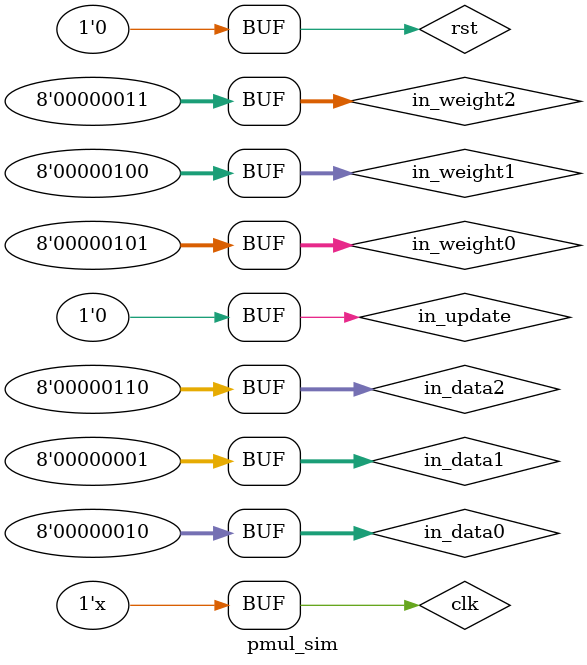
<source format=v>
`timescale 1ns / 1ps


module pmul_sim(

    );
    parameter WIDTH = 8;
    
    reg clk;
    reg rst;
    
    reg [WIDTH-1:0] in_data2;
    reg [WIDTH-1:0] in_data1;
    reg [WIDTH-1:0] in_data0;
    
    reg [WIDTH-1:0] in_weight2;
    reg [WIDTH-1:0] in_weight1;
    reg [WIDTH-1:0] in_weight0;
    
    reg             in_update;
    
    wire [WIDTH-1:0] psum;
    wire psum_vld;
    
    pmul uut(clk,rst,
            in_data2,
            in_data1,
            in_data0,
            
            in_update,
            
            in_weight2,
            in_weight1,
            in_weight0,
            
            psum,
            psum_vld);
    
    always #10 clk=~clk;
    initial begin
        clk <= 0;
        rst <= 1;
        
        in_data2 <= 6;
        in_data1 <= 1;
        in_data0 <= 2;
        
        in_weight2 <= 3;
        in_weight1 <= 4;
        in_weight0 <= 5;
        
        in_update <= 0;
        
        #20;
        rst <= 0;
        #290;
        in_update <= 1;
        #20;
        
        in_update <= 0;
    end
endmodule

</source>
